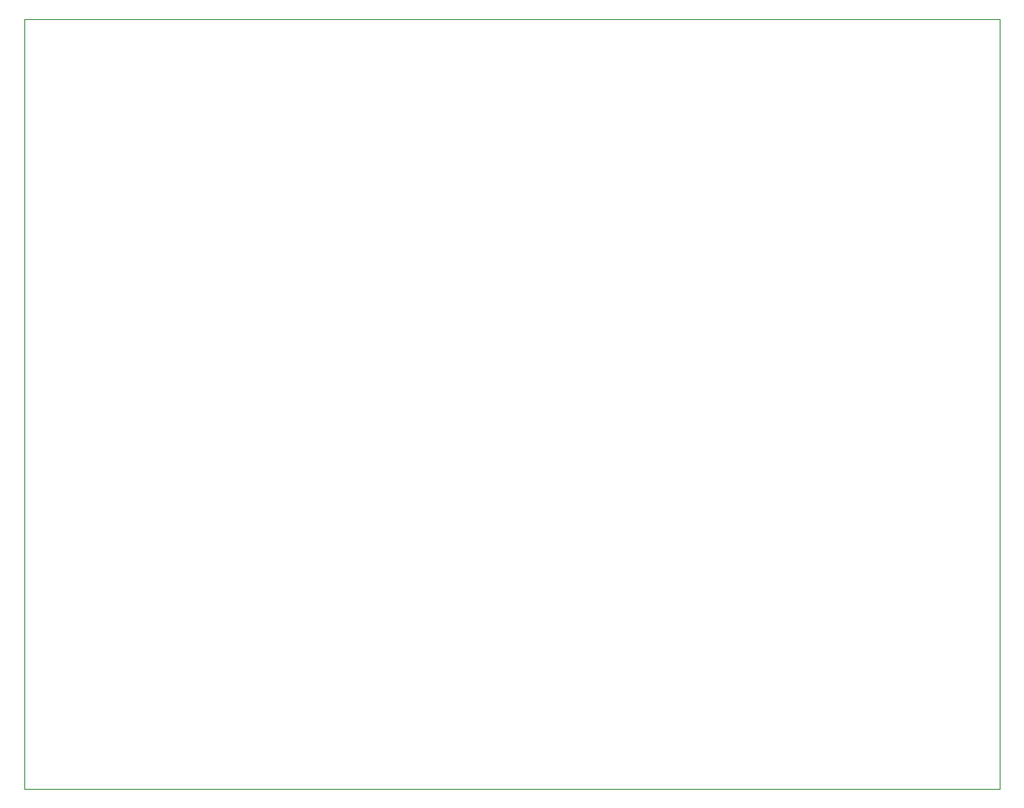
<source format=gbr>
%TF.GenerationSoftware,Altium Limited,Altium Designer,23.8.1 (32)*%
G04 Layer_Color=0*
%FSLAX45Y45*%
%MOMM*%
%TF.SameCoordinates,47205040-CD91-4698-B5C6-F5A5CD4DDF21*%
%TF.FilePolarity,Positive*%
%TF.FileFunction,Profile,NP*%
%TF.Part,Single*%
G01*
G75*
%TA.AperFunction,Profile*%
%ADD164C,0.02540*%
D164*
X2540000Y2540000D02*
X12040000D01*
Y10040001D01*
X2540000Y10040000D01*
Y2540000D01*
%TF.MD5,460a649756366a9e2437880d0bf676a5*%
M02*

</source>
